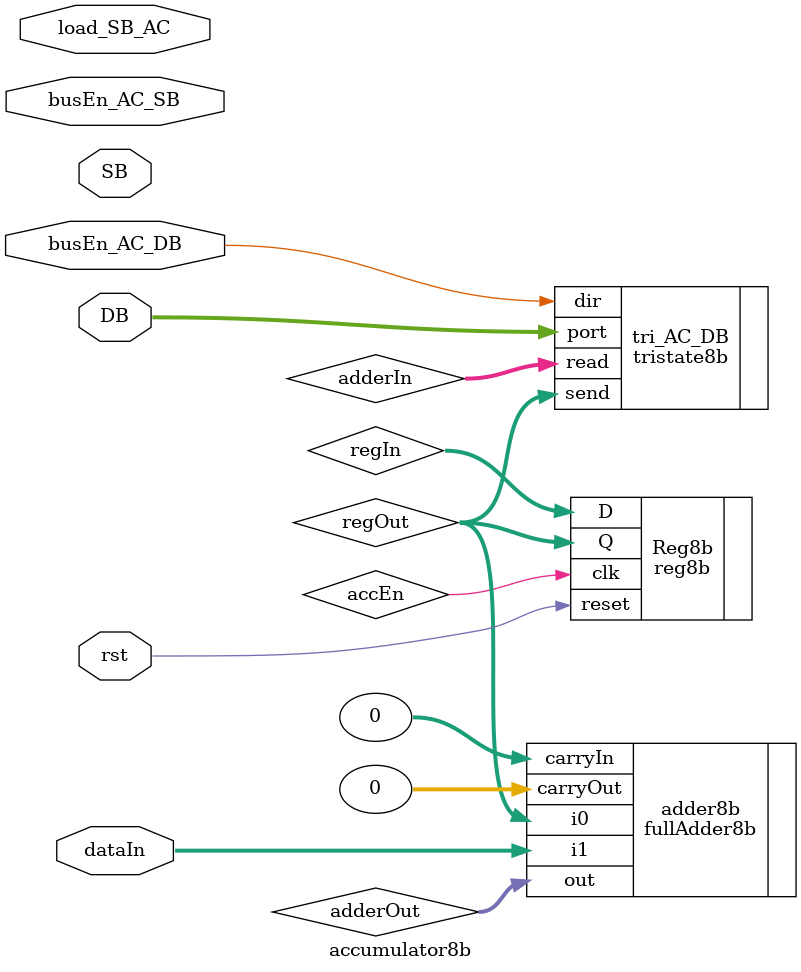
<source format=v>
`timescale 1ns / 1ps


module accumulator8b(
    input [7:0] dataIn, 
    input load_SB_AC, 
    input busEn_AC_SB,
    input busEn_AC_DB, 
    input rst,
    inout [7:0] SB,
    inout [7:0] DB
 );
 
wire [7:0] regOut;
wire [7:0] adderIn;
wire [7:0] adderOut;
wire [7:0] regIn; 
wire accEn;

tristate8b tri_AC_DB(
    .port(DB),
    .dir(busEn_AC_DB),
    .send(regOut),
    .read(adderIn)
    );
    
/*tristate8b tri_AC_SB(
    .port(SB),
    .dir(busEn_AC_SB),
    .send(),
    .read()
    );*/
 
fullAdder8b adder8b(
    .i0(regOut),
    .i1(dataIn),
    .carryIn(0),
    .carryOut(0),
    .out(adderOut)
    ); 

reg8b Reg8b(
    .reset(rst),
    .clk(accEn),
    .D(regIn),
    .Q(regOut)
    );

 
     
endmodule

</source>
